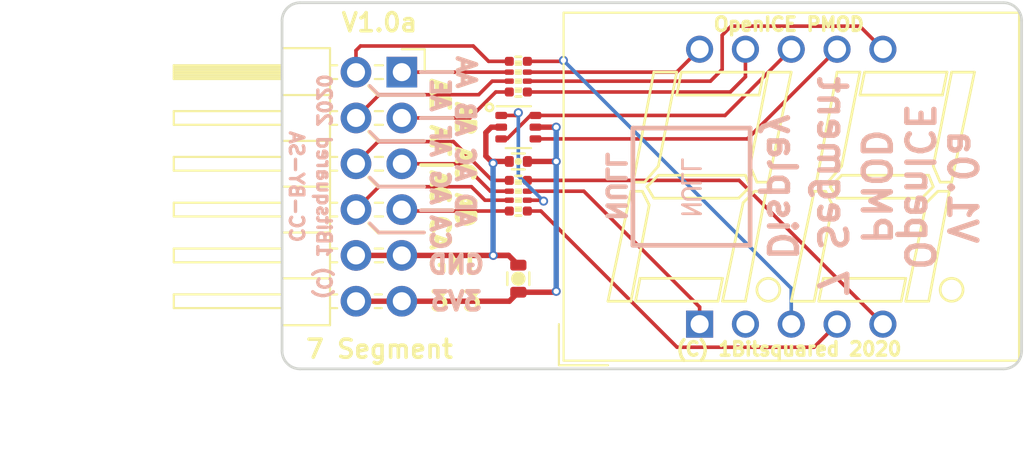
<source format=kicad_pcb>
(kicad_pcb (version 20171130) (host pcbnew "(5.1.4)-1")

  (general
    (thickness 1.6)
    (drawings 64)
    (tracks 94)
    (zones 0)
    (modules 8)
    (nets 21)
  )

  (page A4)
  (title_block
    (title "iCEBreaker PMOD - 7 segment display")
    (rev V1.1a)
    (company 1BitSquared)
    (comment 1 "(C) 2019 Piotr Esden-Tempski <piotr@esden.net>")
    (comment 2 "(C) 2019 1BitSquared <info@1bitsquared.com>")
    (comment 3 "License: CC-BY-SA V4.0")
  )

  (layers
    (0 F.Cu signal)
    (31 B.Cu signal)
    (32 B.Adhes user)
    (33 F.Adhes user)
    (34 B.Paste user)
    (35 F.Paste user)
    (36 B.SilkS user)
    (37 F.SilkS user)
    (38 B.Mask user)
    (39 F.Mask user)
    (40 Dwgs.User user)
    (41 Cmts.User user)
    (42 Eco1.User user)
    (43 Eco2.User user)
    (44 Edge.Cuts user)
    (45 Margin user)
    (46 B.CrtYd user)
    (47 F.CrtYd user)
    (48 B.Fab user)
    (49 F.Fab user)
  )

  (setup
    (last_trace_width 0.15)
    (user_trace_width 0.2)
    (user_trace_width 0.25)
    (user_trace_width 0.3)
    (trace_clearance 0.15)
    (zone_clearance 0.15)
    (zone_45_only no)
    (trace_min 0.15)
    (via_size 0.5)
    (via_drill 0.3)
    (via_min_size 0.5)
    (via_min_drill 0.3)
    (uvia_size 0.3)
    (uvia_drill 0.1)
    (uvias_allowed no)
    (uvia_min_size 0.2)
    (uvia_min_drill 0.1)
    (edge_width 0.15)
    (segment_width 0.2)
    (pcb_text_width 0.3)
    (pcb_text_size 1.5 1.5)
    (mod_edge_width 0.15)
    (mod_text_size 1 1)
    (mod_text_width 0.15)
    (pad_size 1.7 1.7)
    (pad_drill 1)
    (pad_to_mask_clearance 0.05)
    (solder_mask_min_width 0.05)
    (aux_axis_origin 30 50.3)
    (grid_origin 34.1 40.2)
    (visible_elements 7FFFFFFF)
    (pcbplotparams
      (layerselection 0x010fc_ffffffff)
      (usegerberextensions true)
      (usegerberattributes false)
      (usegerberadvancedattributes false)
      (creategerberjobfile false)
      (excludeedgelayer true)
      (linewidth 0.300000)
      (plotframeref false)
      (viasonmask false)
      (mode 1)
      (useauxorigin false)
      (hpglpennumber 1)
      (hpglpenspeed 20)
      (hpglpendiameter 15.000000)
      (psnegative false)
      (psa4output false)
      (plotreference true)
      (plotvalue true)
      (plotinvisibletext false)
      (padsonsilk false)
      (subtractmaskfromsilk true)
      (outputformat 1)
      (mirror false)
      (drillshape 0)
      (scaleselection 1)
      (outputdirectory "gerber/"))
  )

  (net 0 "")
  (net 1 GND)
  (net 2 +3V3)
  (net 3 /AEx)
  (net 4 /ADx)
  (net 5 /ACx)
  (net 6 /AGx)
  (net 7 /ABx)
  (net 8 /AAx)
  (net 9 /AFx)
  (net 10 /CATx)
  (net 11 /AC)
  (net 12 /AG)
  (net 13 /AD)
  (net 14 /CAT)
  (net 15 /AF)
  (net 16 /AB)
  (net 17 /AE)
  (net 18 /AA)
  (net 19 /CAT1)
  (net 20 /CAT2)

  (net_class Default "This is the default net class."
    (clearance 0.15)
    (trace_width 0.15)
    (via_dia 0.5)
    (via_drill 0.3)
    (uvia_dia 0.3)
    (uvia_drill 0.1)
    (add_net +3V3)
    (add_net /AA)
    (add_net /AAx)
    (add_net /AB)
    (add_net /ABx)
    (add_net /AC)
    (add_net /ACx)
    (add_net /AD)
    (add_net /ADx)
    (add_net /AE)
    (add_net /AEx)
    (add_net /AF)
    (add_net /AFx)
    (add_net /AG)
    (add_net /AGx)
    (add_net /CAT)
    (add_net /CAT1)
    (add_net /CAT2)
    (add_net /CATx)
    (add_net GND)
  )

  (module pkl_logos:null_Logo_SilkS_6.5mm (layer B.Cu) (tedit 5E7ED19E) (tstamp 5CAC507A)
    (at 52.7 40.2 90)
    (fp_text reference REF** (at 0 -4.55 90) (layer B.Fab) hide
      (effects (font (size 1 1) (thickness 0.15)) (justify mirror))
    )
    (fp_text value null_Logo_SilkS_6.5mm (at 0 4.55 90) (layer B.Fab) hide
      (effects (font (size 1 1) (thickness 0.15)) (justify mirror))
    )
    (fp_arc (start -0.4 -0.2) (end -0.7 -0.2) (angle 180) (layer B.SilkS) (width 0.15))
    (fp_line (start 1 -0.5) (end 1.5 -0.5) (layer B.SilkS) (width 0.15))
    (fp_line (start 1 0.5) (end 1 -0.5) (layer B.SilkS) (width 0.15))
    (fp_line (start 0.2 -0.5) (end 0.7 -0.5) (layer B.SilkS) (width 0.15))
    (fp_line (start 0.2 0.5) (end 0.2 -0.5) (layer B.SilkS) (width 0.15))
    (fp_line (start -0.1 -0.2) (end -0.1 0.5) (layer B.SilkS) (width 0.15))
    (fp_line (start -0.7 0.5) (end -0.7 -0.2) (layer B.SilkS) (width 0.15))
    (fp_line (start -1 -0.5) (end -1 0.5) (layer B.SilkS) (width 0.15))
    (fp_line (start -1.5 0.5) (end -1 -0.5) (layer B.SilkS) (width 0.15))
    (fp_line (start -1.5 -0.5) (end -1.5 0.5) (layer B.SilkS) (width 0.15))
    (fp_line (start 3.25 3.25) (end -3.25 3.25) (layer B.SilkS) (width 0.26))
    (fp_line (start -3.25 3.25) (end -3.25 -3.25) (layer B.SilkS) (width 0.26))
    (fp_line (start 3.25 3.25) (end 3.25 -3.25) (layer B.SilkS) (width 0.26))
    (fp_line (start -3.25 -3.25) (end 3.25 -3.25) (layer B.SilkS) (width 0.26))
  )

  (module pkl_dipol:R_Array_Convex_4x0402 (layer F.Cu) (tedit 5CD524BB) (tstamp 5CB564D6)
    (at 43.1 34.1 180)
    (descr "Thick Film Chip Resistor Array, Wave soldering, Vishay CRA06P (see cra06p.pdf)")
    (tags "resistor array")
    (path /5BC0E405)
    (solder_mask_margin 0.05)
    (attr smd)
    (fp_text reference R2 (at 0 0 90) (layer F.Fab)
      (effects (font (size 0.75 0.75) (thickness 0.15)))
    )
    (fp_text value 330E (at -1.7 0.1 90) (layer F.Fab)
      (effects (font (size 0.75 0.75) (thickness 0.15)))
    )
    (fp_poly (pts (xy -0.175 0.625) (xy 0.175 0.625) (xy 0.175 0.875) (xy -0.175 0.875)) (layer F.SilkS) (width 0.05))
    (fp_poly (pts (xy -0.175 0.125) (xy 0.175 0.125) (xy 0.175 0.375) (xy -0.175 0.375)) (layer F.SilkS) (width 0.05))
    (fp_poly (pts (xy -0.175 -0.875) (xy 0.175 -0.875) (xy 0.175 -0.625) (xy -0.175 -0.625)) (layer F.SilkS) (width 0.05))
    (fp_poly (pts (xy -0.175 -0.375) (xy 0.175 -0.375) (xy 0.175 -0.125) (xy -0.175 -0.125)) (layer F.SilkS) (width 0.05))
    (fp_line (start 0.15 -1.1) (end -0.15 -1.1) (layer F.SilkS) (width 0.15))
    (fp_line (start 0.15 1.1) (end -0.15 1.1) (layer F.SilkS) (width 0.15))
    (fp_line (start 1 -1.35) (end 1 1.35) (layer F.CrtYd) (width 0.05))
    (fp_line (start -1 -1.35) (end -1 1.35) (layer F.CrtYd) (width 0.05))
    (fp_line (start -1 1.35) (end 1 1.35) (layer F.CrtYd) (width 0.05))
    (fp_line (start -1 -1.35) (end 1 -1.35) (layer F.CrtYd) (width 0.05))
    (pad 8 smd roundrect (at 0.5 0.85 180) (size 0.5 0.5) (layers F.Cu F.Paste F.Mask) (roundrect_rratio 0.25)
      (net 17 /AE))
    (pad 6 smd roundrect (at 0.5 0.25 180) (size 0.5 0.3) (layers F.Cu F.Paste F.Mask) (roundrect_rratio 0.25)
      (net 18 /AA))
    (pad 4 smd roundrect (at 0.5 -0.25 180) (size 0.5 0.3) (layers F.Cu F.Paste F.Mask) (roundrect_rratio 0.25)
      (net 15 /AF))
    (pad 2 smd roundrect (at 0.5 -0.85 180) (size 0.5 0.5) (layers F.Cu F.Paste F.Mask) (roundrect_rratio 0.25)
      (net 16 /AB))
    (pad 7 smd roundrect (at -0.5 0.85 180) (size 0.5 0.5) (layers F.Cu F.Paste F.Mask) (roundrect_rratio 0.25)
      (net 3 /AEx))
    (pad 1 smd roundrect (at -0.5 -0.85 180) (size 0.5 0.5) (layers F.Cu F.Paste F.Mask) (roundrect_rratio 0.25)
      (net 7 /ABx))
    (pad 5 smd roundrect (at -0.5 0.25 180) (size 0.5 0.3) (layers F.Cu F.Paste F.Mask) (roundrect_rratio 0.25)
      (net 8 /AAx))
    (pad 3 smd roundrect (at -0.5 -0.25 180) (size 0.5 0.3) (layers F.Cu F.Paste F.Mask) (roundrect_rratio 0.25)
      (net 9 /AFx))
    (model ${KISYS3DMOD}/Resistor_SMD.3dshapes/R_Array_Convex_4x0402.step
      (at (xyz 0 0 0))
      (scale (xyz 1 1 1))
      (rotate (xyz 0 0 0))
    )
  )

  (module pkl_dipol:R_Array_Convex_4x0402 (layer F.Cu) (tedit 5CD524A1) (tstamp 5CAC482E)
    (at 43.1 40.7 180)
    (descr "Thick Film Chip Resistor Array, Wave soldering, Vishay CRA06P (see cra06p.pdf)")
    (tags "resistor array")
    (path /5BC0FB64)
    (solder_mask_margin 0.05)
    (attr smd)
    (fp_text reference R1 (at 0 0 90) (layer F.Fab)
      (effects (font (size 0.75 0.75) (thickness 0.15)))
    )
    (fp_text value 330E (at -1.6 0 90) (layer F.Fab)
      (effects (font (size 0.75 0.75) (thickness 0.15)))
    )
    (fp_line (start -1 -1.35) (end 1 -1.35) (layer F.CrtYd) (width 0.05))
    (fp_line (start -1 1.35) (end 1 1.35) (layer F.CrtYd) (width 0.05))
    (fp_line (start -1 -1.35) (end -1 1.35) (layer F.CrtYd) (width 0.05))
    (fp_line (start 1 -1.35) (end 1 1.35) (layer F.CrtYd) (width 0.05))
    (fp_line (start 0.15 1.1) (end -0.15 1.1) (layer F.SilkS) (width 0.15))
    (fp_line (start 0.15 -1.1) (end -0.15 -1.1) (layer F.SilkS) (width 0.15))
    (fp_poly (pts (xy -0.175 -0.375) (xy 0.175 -0.375) (xy 0.175 -0.125) (xy -0.175 -0.125)) (layer F.SilkS) (width 0.05))
    (fp_poly (pts (xy -0.175 -0.875) (xy 0.175 -0.875) (xy 0.175 -0.625) (xy -0.175 -0.625)) (layer F.SilkS) (width 0.05))
    (fp_poly (pts (xy -0.175 0.125) (xy 0.175 0.125) (xy 0.175 0.375) (xy -0.175 0.375)) (layer F.SilkS) (width 0.05))
    (fp_poly (pts (xy -0.175 0.625) (xy 0.175 0.625) (xy 0.175 0.875) (xy -0.175 0.875)) (layer F.SilkS) (width 0.05))
    (pad 3 smd roundrect (at -0.5 -0.25 180) (size 0.5 0.3) (layers F.Cu F.Paste F.Mask) (roundrect_rratio 0.25)
      (net 10 /CATx))
    (pad 5 smd roundrect (at -0.5 0.25 180) (size 0.5 0.3) (layers F.Cu F.Paste F.Mask) (roundrect_rratio 0.25)
      (net 5 /ACx))
    (pad 1 smd roundrect (at -0.5 -0.85 180) (size 0.5 0.5) (layers F.Cu F.Paste F.Mask) (roundrect_rratio 0.25)
      (net 4 /ADx))
    (pad 7 smd roundrect (at -0.5 0.85 180) (size 0.5 0.5) (layers F.Cu F.Paste F.Mask) (roundrect_rratio 0.25)
      (net 6 /AGx))
    (pad 2 smd roundrect (at 0.5 -0.85 180) (size 0.5 0.5) (layers F.Cu F.Paste F.Mask) (roundrect_rratio 0.25)
      (net 13 /AD))
    (pad 4 smd roundrect (at 0.5 -0.25 180) (size 0.5 0.3) (layers F.Cu F.Paste F.Mask) (roundrect_rratio 0.25)
      (net 14 /CAT))
    (pad 6 smd roundrect (at 0.5 0.25 180) (size 0.5 0.3) (layers F.Cu F.Paste F.Mask) (roundrect_rratio 0.25)
      (net 11 /AC))
    (pad 8 smd roundrect (at 0.5 0.85 180) (size 0.5 0.5) (layers F.Cu F.Paste F.Mask) (roundrect_rratio 0.25)
      (net 12 /AG))
    (model ${KISYS3DMOD}/Resistor_SMD.3dshapes/R_Array_Convex_4x0402.step
      (at (xyz 0 0 0))
      (scale (xyz 1 1 1))
      (rotate (xyz 0 0 0))
    )
  )

  (module Package_TO_SOT_SMD:SOT-363_SC-70-6 (layer F.Cu) (tedit 5CAC43CD) (tstamp 5CAC4EBA)
    (at 43.1 36.9)
    (descr "SOT-363, SC-70-6")
    (tags "SOT-363 SC-70-6")
    (path /5BBFC7DD)
    (attr smd)
    (fp_text reference U2 (at 0 0.1 90) (layer F.Fab)
      (effects (font (size 0.75 0.75) (thickness 0.15)))
    )
    (fp_text value NL27WZ14 (at 4.5 0 180) (layer F.Fab)
      (effects (font (size 0.75 0.75) (thickness 0.15)))
    )
    (fp_line (start 0.7 -1.16) (end -1.2 -1.16) (layer F.SilkS) (width 0.12))
    (fp_line (start -0.7 1.16) (end 0.7 1.16) (layer F.SilkS) (width 0.12))
    (fp_line (start 1.6 1.4) (end 1.6 -1.4) (layer F.CrtYd) (width 0.05))
    (fp_line (start -1.6 -1.4) (end -1.6 1.4) (layer F.CrtYd) (width 0.05))
    (fp_line (start -1.6 -1.4) (end 1.6 -1.4) (layer F.CrtYd) (width 0.05))
    (fp_line (start 0.675 -1.1) (end -0.175 -1.1) (layer F.Fab) (width 0.1))
    (fp_line (start -0.675 -0.6) (end -0.675 1.1) (layer F.Fab) (width 0.1))
    (fp_line (start -1.6 1.4) (end 1.6 1.4) (layer F.CrtYd) (width 0.05))
    (fp_line (start 0.675 -1.1) (end 0.675 1.1) (layer F.Fab) (width 0.1))
    (fp_line (start 0.675 1.1) (end -0.675 1.1) (layer F.Fab) (width 0.1))
    (fp_line (start -0.175 -1.1) (end -0.675 -0.6) (layer F.Fab) (width 0.1))
    (pad 1 smd roundrect (at -0.95 -0.65) (size 0.65 0.4) (layers F.Cu F.Paste F.Mask) (roundrect_rratio 0.25)
      (net 10 /CATx))
    (pad 3 smd roundrect (at -0.95 0.65) (size 0.65 0.4) (layers F.Cu F.Paste F.Mask) (roundrect_rratio 0.25)
      (net 19 /CAT1))
    (pad 5 smd roundrect (at 0.95 0) (size 0.65 0.4) (layers F.Cu F.Paste F.Mask) (roundrect_rratio 0.25)
      (net 2 +3V3))
    (pad 2 smd roundrect (at -0.95 0) (size 0.65 0.4) (layers F.Cu F.Paste F.Mask) (roundrect_rratio 0.25)
      (net 1 GND))
    (pad 4 smd roundrect (at 0.95 0.65) (size 0.65 0.4) (layers F.Cu F.Paste F.Mask) (roundrect_rratio 0.25)
      (net 20 /CAT2))
    (pad 6 smd roundrect (at 0.95 -0.65) (size 0.65 0.4) (layers F.Cu F.Paste F.Mask) (roundrect_rratio 0.25)
      (net 19 /CAT1))
    (model ${KISYS3DMOD}/Package_TO_SOT_SMD.3dshapes/SOT-363_SC-70-6.wrl
      (at (xyz 0 0 0))
      (scale (xyz 1 1 1))
      (rotate (xyz 0 0 0))
    )
  )

  (module pkl_led:SN450561N (layer F.Cu) (tedit 5CABE4AF) (tstamp 5CAC4F9F)
    (at 53.15 47.82 90)
    (tags "Double digit seven segment LED display")
    (path /5CAC1641)
    (fp_text reference U1 (at 7.62 4.95 180) (layer F.Fab)
      (effects (font (size 2 2) (thickness 0.5)))
    )
    (fp_text value SN450561N (at 5.52 5.05 180) (layer F.Fab)
      (effects (font (size 1 1) (thickness 0.15)))
    )
    (fp_line (start 1.27 11.176) (end 1.27 6.604) (layer F.SilkS) (width 0.15))
    (fp_line (start 7.874 6.477) (end 13.97 7.62) (layer F.SilkS) (width 0.15))
    (fp_line (start 13.97 15.24) (end 7.874 13.97) (layer F.SilkS) (width 0.15))
    (fp_line (start 13.97 7.62) (end 13.97 8.89) (layer F.SilkS) (width 0.15))
    (fp_line (start 2.54 11.43) (end 1.27 11.176) (layer F.SilkS) (width 0.15))
    (fp_line (start 8.763 12.954) (end 13.97 13.97) (layer F.SilkS) (width 0.15))
    (fp_line (start 7.874 13.97) (end 7.874 13.335) (layer F.SilkS) (width 0.15))
    (fp_line (start 12.7 13.462) (end 12.7 8.89) (layer F.SilkS) (width 0.15))
    (fp_line (start 7.62 12.954) (end 8.255 12.7) (layer F.SilkS) (width 0.15))
    (fp_line (start 1.27 6.604) (end 2.54 6.858) (layer F.SilkS) (width 0.15))
    (fp_line (start 6.985 7.62) (end 7.62 7.239) (layer F.SilkS) (width 0.15))
    (fp_line (start 13.97 8.89) (end 8.763 7.874) (layer F.SilkS) (width 0.15))
    (fp_line (start 7.366 13.208) (end 6.731 12.573) (layer F.SilkS) (width 0.15))
    (fp_line (start 7.366 6.985) (end 6.604 7.366) (layer F.SilkS) (width 0.15))
    (fp_line (start 7.366 6.35) (end 7.366 6.985) (layer F.SilkS) (width 0.15))
    (fp_line (start 1.27 11.43) (end 6.731 12.573) (layer F.SilkS) (width 0.15))
    (fp_line (start 7.62 12.954) (end 6.985 12.319) (layer F.SilkS) (width 0.15))
    (fp_line (start 7.874 7.112) (end 8.763 7.874) (layer F.SilkS) (width 0.15))
    (fp_line (start 2.54 6.858) (end 2.54 11.43) (layer F.SilkS) (width 0.15))
    (fp_line (start 7.874 13.335) (end 8.763 12.954) (layer F.SilkS) (width 0.15))
    (fp_line (start 13.97 9.144) (end 13.97 13.716) (layer F.SilkS) (width 0.15))
    (fp_line (start 7.874 6.477) (end 7.874 7.112) (layer F.SilkS) (width 0.15))
    (fp_line (start 13.97 13.97) (end 13.97 15.24) (layer F.SilkS) (width 0.15))
    (fp_line (start 12.7 8.89) (end 13.97 9.144) (layer F.SilkS) (width 0.15))
    (fp_line (start 7.366 13.843) (end 7.366 13.208) (layer F.SilkS) (width 0.15))
    (fp_line (start 7.62 7.239) (end 8.255 7.874) (layer F.SilkS) (width 0.15))
    (fp_line (start 6.604 7.366) (end 1.27 6.35) (layer F.SilkS) (width 0.15))
    (fp_line (start 1.27 6.35) (end 1.27 5.08) (layer F.SilkS) (width 0.15))
    (fp_line (start 13.97 13.716) (end 12.7 13.462) (layer F.SilkS) (width 0.15))
    (fp_line (start 6.985 12.319) (end 6.985 7.62) (layer F.SilkS) (width 0.15))
    (fp_line (start 1.27 5.08) (end 7.366 6.35) (layer F.SilkS) (width 0.15))
    (fp_line (start 7.366 13.843) (end 1.27 12.7) (layer F.SilkS) (width 0.15))
    (fp_line (start 1.27 12.7) (end 1.27 11.43) (layer F.SilkS) (width 0.15))
    (fp_line (start 8.255 7.874) (end 8.255 12.7) (layer F.SilkS) (width 0.15))
    (fp_circle (center 1.905 13.97) (end 2.54 13.97) (layer F.SilkS) (width 0.15))
    (fp_circle (center 1.905 3.81) (end 2.54 3.81) (layer F.SilkS) (width 0.15))
    (fp_line (start 7.62 2.794) (end 8.255 2.54) (layer F.SilkS) (width 0.15))
    (fp_line (start 7.366 3.048) (end 6.731 2.413) (layer F.SilkS) (width 0.15))
    (fp_line (start 7.366 3.683) (end 7.366 3.048) (layer F.SilkS) (width 0.15))
    (fp_line (start 7.874 3.175) (end 8.763 2.794) (layer F.SilkS) (width 0.15))
    (fp_line (start 7.874 3.81) (end 7.874 3.175) (layer F.SilkS) (width 0.15))
    (fp_line (start 6.985 -2.54) (end 7.62 -2.921) (layer F.SilkS) (width 0.15))
    (fp_line (start 7.366 -3.175) (end 6.604 -2.794) (layer F.SilkS) (width 0.15))
    (fp_line (start 7.366 -3.81) (end 7.366 -3.175) (layer F.SilkS) (width 0.15))
    (fp_line (start 7.874 -3.048) (end 8.763 -2.286) (layer F.SilkS) (width 0.15))
    (fp_line (start 7.874 -3.683) (end 7.874 -3.048) (layer F.SilkS) (width 0.15))
    (fp_line (start 6.985 2.159) (end 6.985 -2.54) (layer F.SilkS) (width 0.15))
    (fp_line (start 7.62 2.794) (end 6.985 2.159) (layer F.SilkS) (width 0.15))
    (fp_line (start 8.255 -2.286) (end 8.255 2.54) (layer F.SilkS) (width 0.15))
    (fp_line (start 7.62 -2.921) (end 8.255 -2.286) (layer F.SilkS) (width 0.15))
    (fp_line (start 12.7 3.302) (end 12.7 -1.27) (layer F.SilkS) (width 0.15))
    (fp_line (start 13.97 3.556) (end 12.7 3.302) (layer F.SilkS) (width 0.15))
    (fp_line (start 13.97 -1.016) (end 13.97 3.556) (layer F.SilkS) (width 0.15))
    (fp_line (start 12.7 -1.27) (end 13.97 -1.016) (layer F.SilkS) (width 0.15))
    (fp_line (start 1.27 1.016) (end 1.27 -3.556) (layer F.SilkS) (width 0.15))
    (fp_line (start 2.54 1.27) (end 1.27 1.016) (layer F.SilkS) (width 0.15))
    (fp_line (start 2.54 -3.302) (end 2.54 1.27) (layer F.SilkS) (width 0.15))
    (fp_line (start 1.27 -3.556) (end 2.54 -3.302) (layer F.SilkS) (width 0.15))
    (fp_line (start 13.97 3.81) (end 13.97 5.08) (layer F.SilkS) (width 0.15))
    (fp_line (start 8.763 2.794) (end 13.97 3.81) (layer F.SilkS) (width 0.15))
    (fp_line (start 1.27 1.27) (end 6.731 2.413) (layer F.SilkS) (width 0.15))
    (fp_line (start 1.27 2.54) (end 1.27 1.27) (layer F.SilkS) (width 0.15))
    (fp_line (start 7.366 3.683) (end 1.27 2.54) (layer F.SilkS) (width 0.15))
    (fp_line (start 13.97 5.08) (end 7.874 3.81) (layer F.SilkS) (width 0.15))
    (fp_line (start 1.27 -3.81) (end 1.27 -5.08) (layer F.SilkS) (width 0.15))
    (fp_line (start 6.604 -2.794) (end 1.27 -3.81) (layer F.SilkS) (width 0.15))
    (fp_line (start 13.97 -1.27) (end 8.763 -2.286) (layer F.SilkS) (width 0.15))
    (fp_line (start 13.97 -2.54) (end 13.97 -1.27) (layer F.SilkS) (width 0.15))
    (fp_line (start 7.874 -3.683) (end 13.97 -2.54) (layer F.SilkS) (width 0.15))
    (fp_line (start 1.27 -5.08) (end 7.366 -3.81) (layer F.SilkS) (width 0.15))
    (fp_line (start -1.905 17.58) (end -1.905 -6.42) (layer F.Fab) (width 0.1))
    (fp_line (start 17.145 17.58) (end -1.905 17.58) (layer F.Fab) (width 0.1))
    (fp_line (start 17.145 -7.42) (end 17.145 17.58) (layer F.Fab) (width 0.1))
    (fp_line (start -0.905 -7.42) (end 17.145 -7.42) (layer F.Fab) (width 0.1))
    (fp_line (start -2.025 17.71) (end -2.025 -7.54) (layer F.SilkS) (width 0.12))
    (fp_line (start 17.265 17.71) (end -2.025 17.71) (layer F.SilkS) (width 0.12))
    (fp_line (start 17.265 -7.54) (end 17.265 17.71) (layer F.SilkS) (width 0.12))
    (fp_line (start -2.025 -7.54) (end 17.265 -7.54) (layer F.SilkS) (width 0.12))
    (fp_line (start -1.905 -6.42) (end -0.905 -7.42) (layer F.Fab) (width 0.1))
    (fp_line (start -2.16 17.84) (end -2.16 -7.67) (layer F.CrtYd) (width 0.05))
    (fp_line (start 17.39 17.84) (end -2.16 17.84) (layer F.CrtYd) (width 0.05))
    (fp_line (start 17.39 -7.67) (end 17.39 17.84) (layer F.CrtYd) (width 0.05))
    (fp_line (start -2.16 -7.67) (end 17.39 -7.67) (layer F.CrtYd) (width 0.05))
    (fp_line (start -2.28 -7.79) (end -2.28 -5.08) (layer F.SilkS) (width 0.12))
    (fp_line (start -2.28 -7.8) (end 0 -7.8) (layer F.SilkS) (width 0.12))
    (pad 10 thru_hole circle (at 15.24 0 90) (size 1.5 1.5) (drill 1) (layers *.Cu *.Mask)
      (net 8 /AAx))
    (pad 9 thru_hole circle (at 15.24 2.54 90) (size 1.5 1.5) (drill 1) (layers *.Cu *.Mask)
      (net 7 /ABx))
    (pad 8 thru_hole circle (at 15.24 5.08 90) (size 1.5 1.5) (drill 1) (layers *.Cu *.Mask)
      (net 19 /CAT1))
    (pad 7 thru_hole circle (at 15.24 7.62 90) (size 1.5 1.5) (drill 1) (layers *.Cu *.Mask)
      (net 20 /CAT2))
    (pad 6 thru_hole circle (at 15.24 10.16 90) (size 1.5 1.5) (drill 1) (layers *.Cu *.Mask)
      (net 9 /AFx))
    (pad 5 thru_hole circle (at 0 10.16 90) (size 1.5 1.5) (drill 1) (layers *.Cu *.Mask)
      (net 6 /AGx))
    (pad 4 thru_hole circle (at 0 7.62 90) (size 1.5 1.5) (drill 1) (layers *.Cu *.Mask)
      (net 4 /ADx))
    (pad 3 thru_hole circle (at 0 5.08 90) (size 1.5 1.5) (drill 1) (layers *.Cu *.Mask)
      (net 3 /AEx))
    (pad 2 thru_hole circle (at 0 2.54 90) (size 1.5 1.5) (drill 1) (layers *.Cu *.Mask))
    (pad 1 thru_hole rect (at 0 0 90) (size 1.5 1.5) (drill 1) (layers *.Cu *.Mask)
      (net 5 /ACx))
    (model ${KISYS3DMOD}/Display_7Segment.3dshapes/DA56-11SEKWA.wrl
      (at (xyz 0 0 0))
      (scale (xyz 1 1 1))
      (rotate (xyz 0 0 0))
    )
  )

  (module pkl_dipol:C_0402 (layer F.Cu) (tedit 5B8B5916) (tstamp 5BCA895C)
    (at 43.1 38.8 180)
    (descr "Capacitor SMD 0402, reflow soldering")
    (tags "capacitor 0402")
    (path /5BC206C0)
    (attr smd)
    (fp_text reference C2 (at 0 0 180) (layer F.Fab)
      (effects (font (size 0.635 0.635) (thickness 0.1)))
    )
    (fp_text value 100n (at 2.4 0.1 180) (layer F.Fab)
      (effects (font (size 0.635 0.635) (thickness 0.1)))
    )
    (fp_circle (center 0 0) (end 0.1 0) (layer F.SilkS) (width 0.2))
    (fp_line (start -0.95 -0.5) (end 0.95 -0.5) (layer F.CrtYd) (width 0.05))
    (fp_line (start -0.95 0.5) (end 0.95 0.5) (layer F.CrtYd) (width 0.05))
    (fp_line (start -0.95 -0.5) (end -0.95 0.5) (layer F.CrtYd) (width 0.05))
    (fp_line (start 0.95 -0.5) (end 0.95 0.5) (layer F.CrtYd) (width 0.05))
    (fp_line (start -0.35 -0.44) (end 0.35 -0.44) (layer F.SilkS) (width 0.13))
    (fp_line (start 0.35 0.44) (end -0.35 0.44) (layer F.SilkS) (width 0.13))
    (pad 1 smd roundrect (at -0.5 0 180) (size 0.5 0.6) (layers F.Cu F.Paste F.Mask) (roundrect_rratio 0.25)
      (net 2 +3V3))
    (pad 2 smd roundrect (at 0.5 0 180) (size 0.5 0.6) (layers F.Cu F.Paste F.Mask) (roundrect_rratio 0.25)
      (net 1 GND))
    (model ${KISYS3DMOD}/Capacitor_SMD.3dshapes/C_0402_1005Metric.step
      (at (xyz 0 0 0))
      (scale (xyz 1 1 1))
      (rotate (xyz 0 0 0))
    )
  )

  (module pkl_dipol:C_0603 (layer F.Cu) (tedit 5B8B5957) (tstamp 5BCA718C)
    (at 43.1 45.3 90)
    (descr "Capacitor SMD 0603, reflow soldering")
    (tags "capacitor 0603")
    (path /5ADF32E3)
    (attr smd)
    (fp_text reference C1 (at 0 0 90) (layer F.Fab)
      (effects (font (size 0.635 0.635) (thickness 0.1)))
    )
    (fp_text value 10u (at 0 1.2 90) (layer F.Fab)
      (effects (font (size 0.635 0.635) (thickness 0.1)))
    )
    (fp_circle (center 0 0) (end 0.2 0) (layer F.SilkS) (width 0.4))
    (fp_line (start -1.175 -0.725) (end 1.175 -0.725) (layer F.CrtYd) (width 0.05))
    (fp_line (start -1.175 0.725) (end 1.175 0.725) (layer F.CrtYd) (width 0.05))
    (fp_line (start -1.175 -0.725) (end -1.175 0.725) (layer F.CrtYd) (width 0.05))
    (fp_line (start 1.175 -0.725) (end 1.175 0.725) (layer F.CrtYd) (width 0.05))
    (fp_line (start -0.35 -0.61) (end 0.35 -0.61) (layer F.SilkS) (width 0.13))
    (fp_line (start 0.35 0.61) (end -0.35 0.61) (layer F.SilkS) (width 0.13))
    (pad 1 smd roundrect (at -0.75 0 90) (size 0.6 0.9) (layers F.Cu F.Paste F.Mask) (roundrect_rratio 0.25)
      (net 2 +3V3))
    (pad 2 smd roundrect (at 0.75 0 90) (size 0.6 0.9) (layers F.Cu F.Paste F.Mask) (roundrect_rratio 0.25)
      (net 1 GND))
    (model ${KISYS3DMOD}/Capacitor_SMD.3dshapes/C_0603_1608Metric.step
      (at (xyz 0 0 0))
      (scale (xyz 1 1 1))
      (rotate (xyz 0 0 0))
    )
  )

  (module pkl_connectors:PMODHeader_2x06_P2.54mm_Horizontal (layer F.Cu) (tedit 5AECF65A) (tstamp 5AEDD631)
    (at 36.64 46.55 180)
    (descr "Through hole angled pin header, 2x06, 2.54mm pitch, 6mm pin length, double rows")
    (tags "Through hole angled pin header THT 2x06 2.54mm double row")
    (path /5ADECDD2)
    (fp_text reference J1 (at 5.14 2.05 270) (layer F.Fab)
      (effects (font (size 1 1) (thickness 0.15)))
    )
    (fp_text value PMOD (at 5.14 6.35 270) (layer F.Fab)
      (effects (font (size 1 1) (thickness 0.15)))
    )
    (fp_line (start 4.064 -1.27) (end 6.58 -1.27) (layer F.Fab) (width 0.1))
    (fp_line (start 6.58 -1.27) (end 6.58 13.97) (layer F.Fab) (width 0.1))
    (fp_line (start 6.58 13.97) (end 4.699 13.97) (layer F.Fab) (width 0.1))
    (fp_line (start 4.064 13.335) (end 4.064 -1.27) (layer F.Fab) (width 0.1))
    (fp_line (start 4.04 13.335) (end 4.675 13.97) (layer F.Fab) (width 0.1))
    (fp_line (start -0.32 -0.32) (end 4.04 -0.32) (layer F.Fab) (width 0.1))
    (fp_line (start -0.32 -0.32) (end -0.32 0.32) (layer F.Fab) (width 0.1))
    (fp_line (start -0.32 0.32) (end 4.04 0.32) (layer F.Fab) (width 0.1))
    (fp_line (start 6.58 -0.32) (end 12.58 -0.32) (layer F.Fab) (width 0.1))
    (fp_line (start 12.58 -0.32) (end 12.58 0.32) (layer F.Fab) (width 0.1))
    (fp_line (start 6.58 0.32) (end 12.58 0.32) (layer F.Fab) (width 0.1))
    (fp_line (start -0.32 2.22) (end 4.04 2.22) (layer F.Fab) (width 0.1))
    (fp_line (start -0.32 2.22) (end -0.32 2.86) (layer F.Fab) (width 0.1))
    (fp_line (start -0.32 2.86) (end 4.04 2.86) (layer F.Fab) (width 0.1))
    (fp_line (start 6.58 2.22) (end 12.58 2.22) (layer F.Fab) (width 0.1))
    (fp_line (start 12.58 2.22) (end 12.58 2.86) (layer F.Fab) (width 0.1))
    (fp_line (start 6.58 2.86) (end 12.58 2.86) (layer F.Fab) (width 0.1))
    (fp_line (start -0.32 4.76) (end 4.04 4.76) (layer F.Fab) (width 0.1))
    (fp_line (start -0.32 4.76) (end -0.32 5.4) (layer F.Fab) (width 0.1))
    (fp_line (start -0.32 5.4) (end 4.04 5.4) (layer F.Fab) (width 0.1))
    (fp_line (start 6.58 4.76) (end 12.58 4.76) (layer F.Fab) (width 0.1))
    (fp_line (start 12.58 4.76) (end 12.58 5.4) (layer F.Fab) (width 0.1))
    (fp_line (start 6.58 5.4) (end 12.58 5.4) (layer F.Fab) (width 0.1))
    (fp_line (start -0.32 7.3) (end 4.04 7.3) (layer F.Fab) (width 0.1))
    (fp_line (start -0.32 7.3) (end -0.32 7.94) (layer F.Fab) (width 0.1))
    (fp_line (start -0.32 7.94) (end 4.04 7.94) (layer F.Fab) (width 0.1))
    (fp_line (start 6.58 7.3) (end 12.58 7.3) (layer F.Fab) (width 0.1))
    (fp_line (start 12.58 7.3) (end 12.58 7.94) (layer F.Fab) (width 0.1))
    (fp_line (start 6.58 7.94) (end 12.58 7.94) (layer F.Fab) (width 0.1))
    (fp_line (start -0.32 9.84) (end 4.04 9.84) (layer F.Fab) (width 0.1))
    (fp_line (start -0.32 9.84) (end -0.32 10.48) (layer F.Fab) (width 0.1))
    (fp_line (start -0.32 10.48) (end 4.04 10.48) (layer F.Fab) (width 0.1))
    (fp_line (start 6.58 9.84) (end 12.58 9.84) (layer F.Fab) (width 0.1))
    (fp_line (start 12.58 9.84) (end 12.58 10.48) (layer F.Fab) (width 0.1))
    (fp_line (start 6.58 10.48) (end 12.58 10.48) (layer F.Fab) (width 0.1))
    (fp_line (start -0.32 12.38) (end 4.04 12.38) (layer F.Fab) (width 0.1))
    (fp_line (start -0.32 12.38) (end -0.32 13.02) (layer F.Fab) (width 0.1))
    (fp_line (start -0.32 13.02) (end 4.04 13.02) (layer F.Fab) (width 0.1))
    (fp_line (start 6.58 12.38) (end 12.58 12.38) (layer F.Fab) (width 0.1))
    (fp_line (start 12.58 12.38) (end 12.58 13.02) (layer F.Fab) (width 0.1))
    (fp_line (start 6.58 13.02) (end 12.58 13.02) (layer F.Fab) (width 0.1))
    (fp_line (start 3.98 -1.33) (end 3.98 14.03) (layer F.SilkS) (width 0.12))
    (fp_line (start 3.98 14.03) (end 6.64 14.03) (layer F.SilkS) (width 0.12))
    (fp_line (start 6.64 14.03) (end 6.64 -1.33) (layer F.SilkS) (width 0.12))
    (fp_line (start 6.64 -1.33) (end 3.98 -1.33) (layer F.SilkS) (width 0.12))
    (fp_line (start 6.64 -0.38) (end 12.64 -0.38) (layer F.SilkS) (width 0.12))
    (fp_line (start 12.64 -0.38) (end 12.64 0.38) (layer F.SilkS) (width 0.12))
    (fp_line (start 12.64 0.38) (end 6.64 0.38) (layer F.SilkS) (width 0.12))
    (fp_line (start 6.64 12.38) (end 12.64 12.38) (layer F.SilkS) (width 0.12))
    (fp_line (start 6.64 12.5) (end 12.64 12.5) (layer F.SilkS) (width 0.12))
    (fp_line (start 6.64 12.62) (end 12.64 12.62) (layer F.SilkS) (width 0.12))
    (fp_line (start 6.64 12.74) (end 12.64 12.74) (layer F.SilkS) (width 0.12))
    (fp_line (start 6.64 12.86) (end 12.64 12.86) (layer F.SilkS) (width 0.12))
    (fp_line (start 6.64 12.98) (end 12.64 12.98) (layer F.SilkS) (width 0.12))
    (fp_line (start 3.582929 -0.38) (end 3.98 -0.38) (layer F.SilkS) (width 0.12))
    (fp_line (start 3.582929 0.38) (end 3.98 0.38) (layer F.SilkS) (width 0.12))
    (fp_line (start 1.11 -0.38) (end 1.497071 -0.38) (layer F.SilkS) (width 0.12))
    (fp_line (start 1.11 0.38) (end 1.497071 0.38) (layer F.SilkS) (width 0.12))
    (fp_line (start 3.98 1.27) (end 6.64 1.27) (layer F.SilkS) (width 0.12))
    (fp_line (start 6.64 2.16) (end 12.64 2.16) (layer F.SilkS) (width 0.12))
    (fp_line (start 12.64 2.16) (end 12.64 2.92) (layer F.SilkS) (width 0.12))
    (fp_line (start 12.64 2.92) (end 6.64 2.92) (layer F.SilkS) (width 0.12))
    (fp_line (start 3.582929 2.16) (end 3.98 2.16) (layer F.SilkS) (width 0.12))
    (fp_line (start 3.582929 2.92) (end 3.98 2.92) (layer F.SilkS) (width 0.12))
    (fp_line (start 1.042929 2.16) (end 1.497071 2.16) (layer F.SilkS) (width 0.12))
    (fp_line (start 1.042929 2.92) (end 1.497071 2.92) (layer F.SilkS) (width 0.12))
    (fp_line (start 3.98 3.81) (end 6.64 3.81) (layer F.SilkS) (width 0.12))
    (fp_line (start 6.64 4.7) (end 12.64 4.7) (layer F.SilkS) (width 0.12))
    (fp_line (start 12.64 4.7) (end 12.64 5.46) (layer F.SilkS) (width 0.12))
    (fp_line (start 12.64 5.46) (end 6.64 5.46) (layer F.SilkS) (width 0.12))
    (fp_line (start 3.582929 4.7) (end 3.98 4.7) (layer F.SilkS) (width 0.12))
    (fp_line (start 3.582929 5.46) (end 3.98 5.46) (layer F.SilkS) (width 0.12))
    (fp_line (start 1.042929 4.7) (end 1.497071 4.7) (layer F.SilkS) (width 0.12))
    (fp_line (start 1.042929 5.46) (end 1.497071 5.46) (layer F.SilkS) (width 0.12))
    (fp_line (start 3.98 6.35) (end 6.64 6.35) (layer F.SilkS) (width 0.12))
    (fp_line (start 6.64 7.24) (end 12.64 7.24) (layer F.SilkS) (width 0.12))
    (fp_line (start 12.64 7.24) (end 12.64 8) (layer F.SilkS) (width 0.12))
    (fp_line (start 12.64 8) (end 6.64 8) (layer F.SilkS) (width 0.12))
    (fp_line (start 3.582929 7.24) (end 3.98 7.24) (layer F.SilkS) (width 0.12))
    (fp_line (start 3.582929 8) (end 3.98 8) (layer F.SilkS) (width 0.12))
    (fp_line (start 1.042929 7.24) (end 1.497071 7.24) (layer F.SilkS) (width 0.12))
    (fp_line (start 1.042929 8) (end 1.497071 8) (layer F.SilkS) (width 0.12))
    (fp_line (start 3.98 8.89) (end 6.64 8.89) (layer F.SilkS) (width 0.12))
    (fp_line (start 6.64 9.78) (end 12.64 9.78) (layer F.SilkS) (width 0.12))
    (fp_line (start 12.64 9.78) (end 12.64 10.54) (layer F.SilkS) (width 0.12))
    (fp_line (start 12.64 10.54) (end 6.64 10.54) (layer F.SilkS) (width 0.12))
    (fp_line (start 3.582929 9.78) (end 3.98 9.78) (layer F.SilkS) (width 0.12))
    (fp_line (start 3.582929 10.54) (end 3.98 10.54) (layer F.SilkS) (width 0.12))
    (fp_line (start 1.042929 9.78) (end 1.497071 9.78) (layer F.SilkS) (width 0.12))
    (fp_line (start 1.042929 10.54) (end 1.497071 10.54) (layer F.SilkS) (width 0.12))
    (fp_line (start 3.98 11.43) (end 6.64 11.43) (layer F.SilkS) (width 0.12))
    (fp_line (start 6.64 12.32) (end 12.64 12.32) (layer F.SilkS) (width 0.12))
    (fp_line (start 12.64 12.32) (end 12.64 13.08) (layer F.SilkS) (width 0.12))
    (fp_line (start 12.64 13.08) (end 6.64 13.08) (layer F.SilkS) (width 0.12))
    (fp_line (start 3.582929 12.32) (end 3.98 12.32) (layer F.SilkS) (width 0.12))
    (fp_line (start 3.582929 13.08) (end 3.98 13.08) (layer F.SilkS) (width 0.12))
    (fp_line (start 1.042929 12.32) (end 1.497071 12.32) (layer F.SilkS) (width 0.12))
    (fp_line (start 1.042929 13.08) (end 1.497071 13.08) (layer F.SilkS) (width 0.12))
    (fp_line (start 0 13.97) (end -1.27 13.97) (layer F.SilkS) (width 0.12))
    (fp_line (start -1.27 13.97) (end -1.27 12.7) (layer F.SilkS) (width 0.12))
    (fp_line (start -1.8 -1.8) (end -1.8 14.5) (layer F.CrtYd) (width 0.05))
    (fp_line (start -1.8 14.5) (end 13.1 14.5) (layer F.CrtYd) (width 0.05))
    (fp_line (start 13.1 14.5) (end 13.1 -1.8) (layer F.CrtYd) (width 0.05))
    (fp_line (start 13.1 -1.8) (end -1.8 -1.8) (layer F.CrtYd) (width 0.05))
    (pad 6 thru_hole circle (at 0 0 180) (size 1.7 1.7) (drill 1) (layers *.Cu *.Mask)
      (net 2 +3V3))
    (pad 12 thru_hole oval (at 2.54 0 180) (size 1.7 1.7) (drill 1) (layers *.Cu *.Mask)
      (net 2 +3V3))
    (pad 5 thru_hole oval (at 0 2.54 180) (size 1.7 1.7) (drill 1) (layers *.Cu *.Mask)
      (net 1 GND))
    (pad 11 thru_hole oval (at 2.54 2.54 180) (size 1.7 1.7) (drill 1) (layers *.Cu *.Mask)
      (net 1 GND))
    (pad 4 thru_hole oval (at 0 5.08 180) (size 1.7 1.7) (drill 1) (layers *.Cu *.Mask)
      (net 13 /AD))
    (pad 10 thru_hole oval (at 2.54 5.08 180) (size 1.7 1.7) (drill 1) (layers *.Cu *.Mask)
      (net 14 /CAT))
    (pad 3 thru_hole oval (at 0 7.62 180) (size 1.7 1.7) (drill 1) (layers *.Cu *.Mask)
      (net 11 /AC))
    (pad 9 thru_hole oval (at 2.54 7.62 180) (size 1.7 1.7) (drill 1) (layers *.Cu *.Mask)
      (net 12 /AG))
    (pad 2 thru_hole oval (at 0 10.16 180) (size 1.7 1.7) (drill 1) (layers *.Cu *.Mask)
      (net 16 /AB))
    (pad 8 thru_hole oval (at 2.54 10.16 180) (size 1.7 1.7) (drill 1) (layers *.Cu *.Mask)
      (net 15 /AF))
    (pad 1 thru_hole rect (at 0 12.7 180) (size 1.7 1.7) (drill 1) (layers *.Cu *.Mask)
      (net 18 /AA))
    (pad 7 thru_hole circle (at 2.54 12.7 180) (size 1.7 1.7) (drill 1) (layers *.Cu *.Mask)
      (net 17 /AE))
    (model ${KISYS3DMOD}/Connector_PinHeader_2.54mm.3dshapes/PinHeader_2x06_P2.54mm_Horizontal.step
      (at (xyz 0 0 0))
      (scale (xyz 1 1 1))
      (rotate (xyz 0 0 0))
    )
  )

  (gr_text NULL (at 48.5 40.2 270) (layer B.SilkS) (tstamp 5CAC4F23)
    (effects (font (size 1 1) (thickness 0.25)) (justify mirror))
  )
  (gr_circle (center 41.5 35.8) (end 41.7 35.8) (layer F.SilkS) (width 0.15))
  (gr_text CC-BY-SA (at 30.798 40.2 270) (layer B.SilkS) (tstamp 5BCAC232)
    (effects (font (size 0.75 0.75) (thickness 0.1875)) (justify mirror))
  )
  (gr_text "(C) 1Bitsquared 2020" (at 32.322 40.2 270) (layer B.SilkS) (tstamp 5BCAC191)
    (effects (font (size 0.75 0.75) (thickness 0.1875)) (justify mirror))
  )
  (gr_line (start 34.862 42.232) (end 35.37 42.74) (layer B.SilkS) (width 0.2) (tstamp 5BCAB0A7))
  (gr_line (start 35.37 42.74) (end 37.874 42.74) (layer B.SilkS) (width 0.2) (tstamp 5BCAB0A6))
  (gr_line (start 34.862 39.692) (end 35.37 40.2) (layer B.SilkS) (width 0.2) (tstamp 5BCAB0A5))
  (gr_line (start 35.37 40.2) (end 37.874 40.2) (layer B.SilkS) (width 0.2) (tstamp 5BCAB0A4))
  (gr_line (start 34.862 37.152) (end 35.37 37.66) (layer B.SilkS) (width 0.2) (tstamp 5BCAB0A3))
  (gr_line (start 35.37 37.66) (end 37.874 37.66) (layer B.SilkS) (width 0.2) (tstamp 5BCAB0A2))
  (gr_line (start 34.862 34.612) (end 35.37 35.12) (layer B.SilkS) (width 0.2) (tstamp 5BCAB0A1))
  (gr_line (start 35.37 35.12) (end 37.874 35.12) (layer B.SilkS) (width 0.2) (tstamp 5BCAB0A0))
  (gr_text AA (at 40.2 33.85 270) (layer B.SilkS) (tstamp 5BCAAC44)
    (effects (font (size 1 1) (thickness 0.25)) (justify mirror))
  )
  (gr_text AE (at 38.75 35.12 270) (layer B.SilkS) (tstamp 5BCAABA8)
    (effects (font (size 1 1) (thickness 0.25)) (justify mirror))
  )
  (gr_text AB (at 40.15 36.45 270) (layer B.SilkS) (tstamp 5BCAAB0B)
    (effects (font (size 1 1) (thickness 0.25)) (justify mirror))
  )
  (gr_text AF (at 38.75 37.66 270) (layer B.SilkS) (tstamp 5BCAAA6F)
    (effects (font (size 1 1) (thickness 0.25)) (justify mirror))
  )
  (gr_text AC (at 40.15 38.95 270) (layer B.SilkS) (tstamp 5BCAA9D3)
    (effects (font (size 1 1) (thickness 0.25)) (justify mirror))
  )
  (gr_text AG (at 38.75 40.24 270) (layer B.SilkS) (tstamp 5BCAA937)
    (effects (font (size 1 1) (thickness 0.25)) (justify mirror))
  )
  (gr_text AD (at 40.15 41.5 270) (layer B.SilkS) (tstamp 5BCAA89B)
    (effects (font (size 1 1) (thickness 0.25)) (justify mirror))
  )
  (gr_text 3V3 (at 39.652 46.55) (layer B.SilkS) (tstamp 5BCAA7FF)
    (effects (font (size 1 1) (thickness 0.25)) (justify mirror))
  )
  (gr_text GND (at 39.652 44.518) (layer B.SilkS) (tstamp 5BCAA763)
    (effects (font (size 1 1) (thickness 0.25)) (justify mirror))
  )
  (gr_text CA (at 38.75 42.74 270) (layer B.SilkS) (tstamp 5BCAA6C7)
    (effects (font (size 1 1) (thickness 0.25)) (justify mirror))
  )
  (gr_text Display (at 57.7 40.2 270) (layer B.SilkS) (tstamp 5CAC50AC)
    (effects (font (size 1.5 1.5) (thickness 0.3)) (justify mirror))
  )
  (gr_text 3V3 (at 39.652 46.55) (layer F.SilkS) (tstamp 5BCA6D48)
    (effects (font (size 1 1) (thickness 0.25)))
  )
  (gr_text GND (at 39.652 44.518) (layer F.SilkS) (tstamp 5BCA6D40)
    (effects (font (size 1 1) (thickness 0.25)))
  )
  (gr_line (start 34.826 42.232) (end 35.334 42.74) (layer F.SilkS) (width 0.2) (tstamp 5BCA6D39))
  (gr_line (start 35.334 42.74) (end 37.874 42.74) (layer F.SilkS) (width 0.2) (tstamp 5BCA6D38))
  (gr_text "(C) 1Bitsquared 2020" (at 58.1 49.2) (layer F.SilkS) (tstamp 5CAC50A9)
    (effects (font (size 0.75 0.75) (thickness 0.1875)))
  )
  (gr_line (start 37.7 33.85) (end 39.45 33.85) (layer B.SilkS) (width 0.2) (tstamp 5BA86810))
  (gr_line (start 37.7 36.4) (end 39.45 36.4) (layer B.SilkS) (width 0.2) (tstamp 5BA85FBC))
  (gr_line (start 37.7 41.5) (end 39.45 41.5) (layer B.SilkS) (width 0.2) (tstamp 5BA8404B))
  (gr_line (start 37.7 41.5) (end 39.45 41.5) (layer F.SilkS) (width 0.2))
  (gr_line (start 35.334 40.2) (end 37.874 40.2) (layer F.SilkS) (width 0.2))
  (gr_line (start 34.826 39.692) (end 35.334 40.2) (layer F.SilkS) (width 0.2))
  (gr_line (start 37.7 39) (end 39.45 39) (layer F.SilkS) (width 0.2))
  (gr_line (start 35.334 37.66) (end 37.874 37.66) (layer F.SilkS) (width 0.2))
  (gr_line (start 34.826 37.152) (end 35.334 37.66) (layer F.SilkS) (width 0.2))
  (gr_line (start 37.7 36.4) (end 39.45 36.4) (layer F.SilkS) (width 0.2))
  (gr_line (start 35.334 35.12) (end 37.874 35.12) (layer F.SilkS) (width 0.2))
  (gr_line (start 34.826 34.612) (end 35.334 35.12) (layer F.SilkS) (width 0.2))
  (gr_line (start 37.7 33.85) (end 39.45 33.85) (layer F.SilkS) (width 0.2))
  (gr_text AD (at 40.15 41.5 270) (layer F.SilkS) (tstamp 5BA82538)
    (effects (font (size 1 1) (thickness 0.25)))
  )
  (gr_text AC (at 40.15 38.95 270) (layer F.SilkS) (tstamp 5BA82528)
    (effects (font (size 1 1) (thickness 0.25)))
  )
  (gr_text CA (at 38.75 42.74 270) (layer F.SilkS) (tstamp 5BA82525)
    (effects (font (size 1 1) (thickness 0.25)))
  )
  (gr_text AG (at 38.75 40.24 270) (layer F.SilkS) (tstamp 5BA82523)
    (effects (font (size 1 1) (thickness 0.25)))
  )
  (gr_text AB (at 40.15 36.45 270) (layer F.SilkS) (tstamp 5BA8251A)
    (effects (font (size 1 1) (thickness 0.25)))
  )
  (gr_text AF (at 38.75 37.66 270) (layer F.SilkS) (tstamp 5BA82518)
    (effects (font (size 1 1) (thickness 0.25)))
  )
  (gr_text AA (at 40.2 33.85 270) (layer F.SilkS) (tstamp 5BA82516)
    (effects (font (size 1 1) (thickness 0.25)))
  )
  (gr_text AE (at 38.75 35.12 270) (layer F.SilkS)
    (effects (font (size 1 1) (thickness 0.25)))
  )
  (dimension 41 (width 0.3) (layer Dwgs.User)
    (gr_text "41.000 mm" (at 50.5 56.350726) (layer Dwgs.User)
      (effects (font (size 1.5 1.5) (thickness 0.3)))
    )
    (feature1 (pts (xy 71 50.3) (xy 71 54.837147)))
    (feature2 (pts (xy 30 50.3) (xy 30 54.837147)))
    (crossbar (pts (xy 30 54.250726) (xy 71 54.250726)))
    (arrow1a (pts (xy 71 54.250726) (xy 69.873496 54.837147)))
    (arrow1b (pts (xy 71 54.250726) (xy 69.873496 53.664305)))
    (arrow2a (pts (xy 30 54.250726) (xy 31.126504 54.837147)))
    (arrow2b (pts (xy 30 54.250726) (xy 31.126504 53.664305)))
  )
  (dimension 20.3 (width 0.3) (layer Dwgs.User)
    (gr_text "20.300 mm" (at 19.9 40.15 90) (layer Dwgs.User)
      (effects (font (size 1.5 1.5) (thickness 0.3)))
    )
    (feature1 (pts (xy 30 30) (xy 21.413579 30)))
    (feature2 (pts (xy 30 50.3) (xy 21.413579 50.3)))
    (crossbar (pts (xy 22 50.3) (xy 22 30)))
    (arrow1a (pts (xy 22 30) (xy 22.586421 31.126504)))
    (arrow1b (pts (xy 22 30) (xy 21.413579 31.126504)))
    (arrow2a (pts (xy 22 50.3) (xy 22.586421 49.173496)))
    (arrow2b (pts (xy 22 50.3) (xy 21.413579 49.173496)))
  )
  (gr_text "OpenICE PMOD" (at 58.1 31.2) (layer F.SilkS) (tstamp 5CAC50BE)
    (effects (font (size 0.75 0.75) (thickness 0.1875)))
  )
  (gr_line (start 70 50.3) (end 31 50.3) (layer Edge.Cuts) (width 0.15))
  (gr_arc (start 31 49.3) (end 30 49.3) (angle -90) (layer Edge.Cuts) (width 0.15))
  (gr_arc (start 70 49.3) (end 70 50.3) (angle -90) (layer Edge.Cuts) (width 0.15) (tstamp 5CAC50BB))
  (gr_text "7 Segment" (at 35.4 49.2) (layer F.SilkS) (tstamp 5ADFCA97)
    (effects (font (size 1 1) (thickness 0.2)))
  )
  (gr_text V1.0a (at 35.4 31.1) (layer F.SilkS) (tstamp 5ADFCA91)
    (effects (font (size 1 1) (thickness 0.2)))
  )
  (gr_text V1.0a (at 67.7 40.2 270) (layer B.SilkS) (tstamp 5CAC50B8)
    (effects (font (size 1.5 1.5) (thickness 0.3)) (justify mirror))
  )
  (gr_text "OpenICE\nPMOD\n7 Segment" (at 62.9 40.2 270) (layer B.SilkS) (tstamp 5CAC50B5)
    (effects (font (size 1.5 1.5) (thickness 0.3)) (justify mirror))
  )
  (gr_arc (start 70 31) (end 71 31) (angle -90) (layer Edge.Cuts) (width 0.15) (tstamp 5CAC50B2))
  (gr_arc (start 31 31) (end 31 30) (angle -90) (layer Edge.Cuts) (width 0.15))
  (gr_line (start 30 49.3) (end 30 31) (layer Edge.Cuts) (width 0.15))
  (gr_line (start 71 31) (end 71 49.3) (layer Edge.Cuts) (width 0.15) (tstamp 5CAC50AF))
  (gr_line (start 31 30) (end 70 30) (layer Edge.Cuts) (width 0.15))

  (segment (start 42.56 44.01) (end 43.1 44.55) (width 0.3) (layer F.Cu) (net 1))
  (segment (start 36.64 44.01) (end 42.56 44.01) (width 0.3) (layer F.Cu) (net 1))
  (via (at 41.7 38.9) (size 0.5) (drill 0.3) (layers F.Cu B.Cu) (net 1))
  (segment (start 41.8 38.8) (end 41.7 38.9) (width 0.3) (layer F.Cu) (net 1))
  (segment (start 42.6 38.8) (end 41.8 38.8) (width 0.3) (layer F.Cu) (net 1))
  (segment (start 41.3 38.5) (end 41.7 38.9) (width 0.3) (layer F.Cu) (net 1))
  (segment (start 41.3 37.2) (end 41.3 38.5) (width 0.3) (layer F.Cu) (net 1))
  (segment (start 42.15 36.9) (end 41.6 36.9) (width 0.3) (layer F.Cu) (net 1))
  (segment (start 41.6 36.9) (end 41.3 37.2) (width 0.3) (layer F.Cu) (net 1))
  (segment (start 42.56 44.01) (end 41.71 44.01) (width 0.3) (layer F.Cu) (net 1))
  (segment (start 41.7 44) (end 41.71 44.01) (width 0.3) (layer B.Cu) (net 1))
  (via (at 41.71 44.01) (size 0.5) (drill 0.3) (layers F.Cu B.Cu) (net 1))
  (segment (start 41.7 38.9) (end 41.7 44) (width 0.3) (layer B.Cu) (net 1))
  (segment (start 34.1 44.01) (end 36.64 44.01) (width 0.3) (layer F.Cu) (net 1))
  (segment (start 34.1 46.55) (end 36.64 46.55) (width 0.3) (layer F.Cu) (net 2))
  (segment (start 42.6 46.55) (end 43.1 46.05) (width 0.3) (layer F.Cu) (net 2))
  (segment (start 36.64 46.55) (end 42.6 46.55) (width 0.3) (layer F.Cu) (net 2))
  (segment (start 45.15 46.05) (end 45.2 46) (width 0.3) (layer F.Cu) (net 2))
  (via (at 45.2 46) (size 0.5) (drill 0.3) (layers F.Cu B.Cu) (net 2))
  (segment (start 43.1 46.05) (end 45.15 46.05) (width 0.3) (layer F.Cu) (net 2))
  (via (at 45.2 38.800006) (size 0.5) (drill 0.3) (layers F.Cu B.Cu) (net 2))
  (segment (start 43.6 38.8) (end 45.199994 38.8) (width 0.3) (layer F.Cu) (net 2))
  (segment (start 45.199994 38.8) (end 45.2 38.800006) (width 0.3) (layer F.Cu) (net 2))
  (segment (start 45.2 46) (end 45.2 38.800006) (width 0.3) (layer B.Cu) (net 2))
  (via (at 45.2 36.9) (size 0.5) (drill 0.3) (layers F.Cu B.Cu) (net 2))
  (segment (start 45.2 38.800006) (end 45.2 36.9) (width 0.3) (layer B.Cu) (net 2))
  (segment (start 44.05 36.9) (end 45.2 36.9) (width 0.3) (layer F.Cu) (net 2))
  (via (at 45.6 33.2) (size 0.5) (drill 0.3) (layers F.Cu B.Cu) (net 3))
  (segment (start 43.6 33.25) (end 45.55 33.25) (width 0.2) (layer F.Cu) (net 3))
  (segment (start 45.55 33.25) (end 45.6 33.2) (width 0.2) (layer F.Cu) (net 3))
  (segment (start 58.23 45.83) (end 58.23 47.82) (width 0.2) (layer B.Cu) (net 3))
  (segment (start 45.6 33.2) (end 58.23 45.83) (width 0.2) (layer B.Cu) (net 3))
  (segment (start 51.9 49.1) (end 59.49 49.1) (width 0.2) (layer F.Cu) (net 4))
  (segment (start 59.49 49.1) (end 60.77 47.82) (width 0.2) (layer F.Cu) (net 4))
  (segment (start 43.6 41.55) (end 44.35 41.55) (width 0.2) (layer F.Cu) (net 4))
  (segment (start 44.35 41.55) (end 51.9 49.1) (width 0.2) (layer F.Cu) (net 4))
  (segment (start 53.15 46.87) (end 53.15 47.82) (width 0.2) (layer F.Cu) (net 5))
  (segment (start 46.73 40.45) (end 53.15 46.87) (width 0.2) (layer F.Cu) (net 5))
  (segment (start 43.6 40.45) (end 46.73 40.45) (width 0.2) (layer F.Cu) (net 5))
  (segment (start 55.34 39.85) (end 63.31 47.82) (width 0.2) (layer F.Cu) (net 6))
  (segment (start 43.6 39.85) (end 55.34 39.85) (width 0.2) (layer F.Cu) (net 6))
  (segment (start 55.69 34.11) (end 55.69 32.58) (width 0.2) (layer F.Cu) (net 7))
  (segment (start 43.6 34.95) (end 54.85 34.95) (width 0.2) (layer F.Cu) (net 7))
  (segment (start 54.85 34.95) (end 55.69 34.11) (width 0.2) (layer F.Cu) (net 7))
  (segment (start 51.88 33.85) (end 53.15 32.58) (width 0.2) (layer F.Cu) (net 8))
  (segment (start 43.6 33.85) (end 51.88 33.85) (width 0.2) (layer F.Cu) (net 8))
  (segment (start 43.6 34.35) (end 53.75 34.35) (width 0.2) (layer F.Cu) (net 9))
  (segment (start 53.75 34.35) (end 54.4 33.7) (width 0.2) (layer F.Cu) (net 9))
  (segment (start 54.4 33.7) (end 54.4 31.8) (width 0.2) (layer F.Cu) (net 9))
  (segment (start 54.4 31.8) (end 54.9 31.3) (width 0.2) (layer F.Cu) (net 9))
  (segment (start 62.03 31.3) (end 63.31 32.58) (width 0.2) (layer F.Cu) (net 9))
  (segment (start 54.9 31.3) (end 62.03 31.3) (width 0.2) (layer F.Cu) (net 9))
  (via (at 43.1 36.1) (size 0.5) (drill 0.3) (layers F.Cu B.Cu) (net 10))
  (segment (start 42.15 36.25) (end 42.95 36.25) (width 0.2) (layer F.Cu) (net 10))
  (segment (start 42.95 36.25) (end 43.1 36.1) (width 0.2) (layer F.Cu) (net 10))
  (via (at 44.5 41) (size 0.5) (drill 0.3) (layers F.Cu B.Cu) (net 10))
  (segment (start 43.1 36.1) (end 43.1 39.6) (width 0.2) (layer B.Cu) (net 10))
  (segment (start 43.1 39.6) (end 44.5 41) (width 0.2) (layer B.Cu) (net 10))
  (segment (start 44.45 40.95) (end 44.5 41) (width 0.2) (layer F.Cu) (net 10))
  (segment (start 43.6 40.95) (end 44.45 40.95) (width 0.2) (layer F.Cu) (net 10))
  (segment (start 41.55 40.45) (end 42.6 40.45) (width 0.2) (layer F.Cu) (net 11))
  (segment (start 36.64 38.93) (end 40.03 38.93) (width 0.2) (layer F.Cu) (net 11))
  (segment (start 40.03 38.93) (end 41.55 40.45) (width 0.2) (layer F.Cu) (net 11))
  (segment (start 34.1 38.93) (end 35.33 37.7) (width 0.2) (layer F.Cu) (net 12))
  (segment (start 35.33 37.7) (end 39.5 37.7) (width 0.2) (layer F.Cu) (net 12))
  (segment (start 41.65 39.85) (end 42.6 39.85) (width 0.2) (layer F.Cu) (net 12))
  (segment (start 39.5 37.7) (end 41.65 39.85) (width 0.2) (layer F.Cu) (net 12))
  (segment (start 36.72 41.55) (end 36.64 41.47) (width 0.2) (layer F.Cu) (net 13))
  (segment (start 42.6 41.55) (end 36.72 41.55) (width 0.2) (layer F.Cu) (net 13))
  (segment (start 34.1 41.47) (end 35.37 40.2) (width 0.2) (layer F.Cu) (net 14))
  (segment (start 35.37 40.2) (end 40.5 40.2) (width 0.2) (layer F.Cu) (net 14))
  (segment (start 41.25 40.95) (end 42.6 40.95) (width 0.2) (layer F.Cu) (net 14))
  (segment (start 40.5 40.2) (end 41.25 40.95) (width 0.2) (layer F.Cu) (net 14))
  (segment (start 34.1 36.39) (end 35.39 35.1) (width 0.2) (layer F.Cu) (net 15))
  (segment (start 35.39 35.1) (end 40.9 35.1) (width 0.2) (layer F.Cu) (net 15))
  (segment (start 41.65 34.35) (end 42.6 34.35) (width 0.2) (layer F.Cu) (net 15))
  (segment (start 40.9 35.1) (end 41.65 34.35) (width 0.2) (layer F.Cu) (net 15))
  (segment (start 36.64 36.39) (end 40.41 36.39) (width 0.2) (layer F.Cu) (net 16))
  (segment (start 41.85 34.95) (end 42.6 34.95) (width 0.2) (layer F.Cu) (net 16))
  (segment (start 40.41 36.39) (end 41.85 34.95) (width 0.2) (layer F.Cu) (net 16))
  (segment (start 34.1 32.647919) (end 34.347919 32.4) (width 0.2) (layer F.Cu) (net 17))
  (segment (start 34.1 33.85) (end 34.1 32.647919) (width 0.2) (layer F.Cu) (net 17))
  (segment (start 34.347919 32.4) (end 40.6 32.4) (width 0.2) (layer F.Cu) (net 17))
  (segment (start 42.25 33.25) (end 42.6 33.25) (width 0.2) (layer F.Cu) (net 17))
  (segment (start 41.45 33.25) (end 42.25 33.25) (width 0.2) (layer F.Cu) (net 17))
  (segment (start 40.6 32.4) (end 41.45 33.25) (width 0.2) (layer F.Cu) (net 17))
  (segment (start 36.64 33.85) (end 42.6 33.85) (width 0.2) (layer F.Cu) (net 18))
  (segment (start 42.475002 37.55) (end 43.775002 36.25) (width 0.2) (layer F.Cu) (net 19))
  (segment (start 43.775002 36.25) (end 44.05 36.25) (width 0.2) (layer F.Cu) (net 19))
  (segment (start 42.15 37.55) (end 42.475002 37.55) (width 0.2) (layer F.Cu) (net 19))
  (segment (start 54.56 36.25) (end 58.23 32.58) (width 0.2) (layer F.Cu) (net 19))
  (segment (start 44.05 36.25) (end 54.56 36.25) (width 0.2) (layer F.Cu) (net 19))
  (segment (start 55.8 37.55) (end 60.77 32.58) (width 0.2) (layer F.Cu) (net 20))
  (segment (start 44.05 37.55) (end 55.8 37.55) (width 0.2) (layer F.Cu) (net 20))

)

</source>
